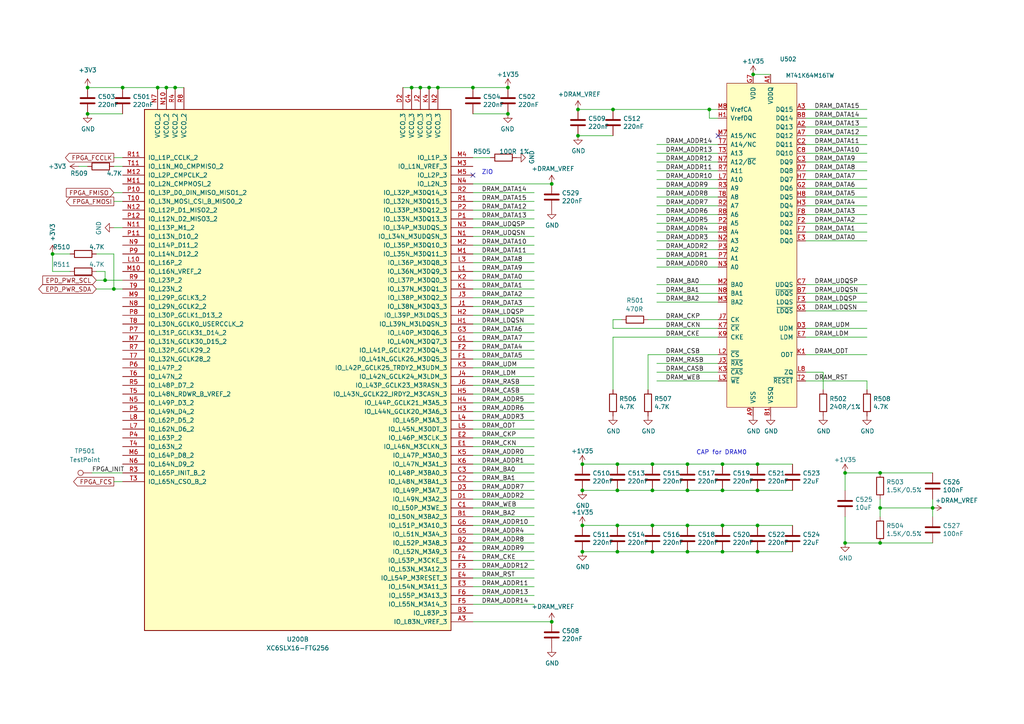
<source format=kicad_sch>
(kicad_sch (version 20211123) (generator eeschema)
  (paper "A4")
  (title_block (title "Caster EPDC") (date "2021-11-08") (rev "R0.1") (company "Copyright 2021 Modos / Engineer: Wenting Zhang"))
  (junction (at 119.38 25.4))
  (junction (at 270.51 147.32) (diameter 0.9144))
  (junction (at 179.07 142.24) (diameter 0.9144))
  (junction (at 30.48 81.28))
  (junction (at 167.64 39.37) (diameter 0.9144))
  (junction (at 189.23 134.62) (diameter 0.9144))
  (junction (at 209.55 160.02) (diameter 0.9144))
  (junction (at 218.44 21.59) (diameter 0.9144))
  (junction (at 209.55 142.24) (diameter 0.9144))
  (junction (at 199.39 142.24) (diameter 0.9144))
  (junction (at 168.91 142.24) (diameter 0.9144))
  (junction (at 35.56 25.4))
  (junction (at 50.8 25.4))
  (junction (at 199.39 160.02) (diameter 0.9144))
  (junction (at 209.55 134.62) (diameter 0.9144))
  (junction (at 255.27 157.48) (diameter 0.9144))
  (junction (at 127 25.4))
  (junction (at 168.91 160.02) (diameter 0.9144))
  (junction (at 168.91 134.62) (diameter 0.9144))
  (junction (at 45.72 25.4))
  (junction (at 219.71 134.62) (diameter 0.9144))
  (junction (at 48.26 25.4))
  (junction (at 167.64 31.75) (diameter 0.9144))
  (junction (at 255.27 137.16) (diameter 0.9144))
  (junction (at 189.23 160.02) (diameter 0.9144))
  (junction (at 245.11 137.16) (diameter 0.9144))
  (junction (at 25.4 25.4))
  (junction (at 137.16 25.4))
  (junction (at 199.39 134.62) (diameter 0.9144))
  (junction (at 219.71 142.24) (diameter 0.9144))
  (junction (at 219.71 152.4) (diameter 0.9144))
  (junction (at 147.32 33.02))
  (junction (at 33.02 83.82))
  (junction (at 147.32 25.4))
  (junction (at 25.4 33.02))
  (junction (at 160.02 53.34))
  (junction (at 179.07 160.02) (diameter 0.9144))
  (junction (at 179.07 134.62) (diameter 0.9144))
  (junction (at 189.23 142.24) (diameter 0.9144))
  (junction (at 124.46 25.4))
  (junction (at 245.11 157.48) (diameter 0.9144))
  (junction (at 179.07 152.4) (diameter 0.9144))
  (junction (at 205.74 31.75))
  (junction (at 168.91 152.4) (diameter 0.9144))
  (junction (at 121.92 25.4))
  (junction (at 219.71 160.02) (diameter 0.9144))
  (junction (at 160.02 180.34))
  (junction (at 177.8 31.75) (diameter 0.9144))
  (junction (at 189.23 152.4) (diameter 0.9144))
  (junction (at 209.55 152.4) (diameter 0.9144))
  (junction (at 255.27 147.32) (diameter 0.9144))
  (junction (at 15.24 73.66))
  (junction (at 199.39 152.4) (diameter 0.9144))
  (no_connect (at 208.28 39.37))
  (no_connect (at 137.16 50.8))
  (wire (pts (xy 33.02 139.7) (xy 35.56 139.7)))
  (wire (pts (xy 219.71 134.62) (xy 209.55 134.62)))
  (wire (pts (xy 154.94 160.02) (xy 137.16 160.02)))
  (wire (pts (xy 154.94 73.66) (xy 137.16 73.66)))
  (wire (pts (xy 137.16 71.12) (xy 154.94 71.12)))
  (wire (pts (xy 137.16 180.34) (xy 160.02 180.34)))
  (wire (pts (xy 245.11 137.16) (xy 245.11 142.24)))
  (wire (pts (xy 251.46 87.63) (xy 233.68 87.63)))
  (wire (pts (xy 177.8 97.79) (xy 208.28 97.79)))
  (wire (pts (xy 251.46 31.75) (xy 233.68 31.75)))
  (wire (pts (xy 179.07 152.4) (xy 168.91 152.4)))
  (wire (pts (xy 154.94 132.08) (xy 137.16 132.08)))
  (wire (pts (xy 270.51 147.32) (xy 270.51 149.86)))
  (wire (pts (xy 270.51 157.48) (xy 255.27 157.48)))
  (wire (pts (xy 233.68 34.29) (xy 251.46 34.29)))
  (wire (pts (xy 137.16 152.4) (xy 154.94 152.4)))
  (wire (pts (xy 154.94 101.6) (xy 137.16 101.6)))
  (wire (pts (xy 233.68 110.49) (xy 251.46 110.49)))
  (wire (pts (xy 251.46 59.69) (xy 233.68 59.69)))
  (wire (pts (xy 190.5 107.95) (xy 208.28 107.95)))
  (wire (pts (xy 190.5 87.63) (xy 208.28 87.63)))
  (wire (pts (xy 190.5 57.15) (xy 208.28 57.15)))
  (wire (pts (xy 233.68 97.79) (xy 251.46 97.79)))
  (wire (pts (xy 208.28 69.85) (xy 190.5 69.85)))
  (wire (pts (xy 33.02 83.82) (xy 35.56 83.82)))
  (wire (pts (xy 27.94 83.82) (xy 33.02 83.82)))
  (wire (pts (xy 137.16 55.88) (xy 154.94 55.88)))
  (wire (pts (xy 30.48 78.74) (xy 30.48 81.28)))
  (wire (pts (xy 27.94 78.74) (xy 30.48 78.74)))
  (wire (pts (xy 33.02 66.04) (xy 35.56 66.04)))
  (wire (pts (xy 229.87 142.24) (xy 219.71 142.24)))
  (wire (pts (xy 154.94 116.84) (xy 137.16 116.84)))
  (wire (pts (xy 190.5 74.93) (xy 208.28 74.93)))
  (wire (pts (xy 190.5 44.45) (xy 208.28 44.45)))
  (wire (pts (xy 137.16 124.46) (xy 154.94 124.46)))
  (wire (pts (xy 209.55 152.4) (xy 199.39 152.4)))
  (wire (pts (xy 208.28 54.61) (xy 190.5 54.61)))
  (wire (pts (xy 233.68 36.83) (xy 251.46 36.83)))
  (wire (pts (xy 190.5 110.49) (xy 208.28 110.49)))
  (wire (pts (xy 208.28 64.77) (xy 190.5 64.77)))
  (wire (pts (xy 179.07 160.02) (xy 168.91 160.02)))
  (wire (pts (xy 229.87 134.62) (xy 219.71 134.62)))
  (wire (pts (xy 154.94 106.68) (xy 137.16 106.68)))
  (wire (pts (xy 177.8 113.03) (xy 177.8 97.79)))
  (wire (pts (xy 35.56 25.4) (xy 45.72 25.4)))
  (wire (pts (xy 45.72 25.4) (xy 48.26 25.4)))
  (wire (pts (xy 48.26 25.4) (xy 50.8 25.4)))
  (wire (pts (xy 50.8 25.4) (xy 53.34 25.4)))
  (wire (pts (xy 25.4 25.4) (xy 35.56 25.4)))
  (wire (pts (xy 154.94 162.56) (xy 137.16 162.56)))
  (wire (pts (xy 233.68 49.53) (xy 251.46 49.53)))
  (wire (pts (xy 179.07 152.4) (xy 189.23 152.4)))
  (wire (pts (xy 137.16 127) (xy 154.94 127)))
  (wire (pts (xy 154.94 114.3) (xy 137.16 114.3)))
  (wire (pts (xy 137.16 170.18) (xy 154.94 170.18)))
  (wire (pts (xy 26.67 137.16) (xy 35.56 137.16)))
  (wire (pts (xy 167.64 31.75) (xy 177.8 31.75)))
  (wire (pts (xy 205.74 31.75) (xy 208.28 31.75)))
  (wire (pts (xy 219.71 160.02) (xy 209.55 160.02)))
  (wire (pts (xy 137.16 58.42) (xy 154.94 58.42)))
  (wire (pts (xy 15.24 73.66) (xy 20.32 73.66)))
  (wire (pts (xy 154.94 175.26) (xy 137.16 175.26)))
  (wire (pts (xy 27.94 81.28) (xy 30.48 81.28)))
  (wire (pts (xy 30.48 81.28) (xy 35.56 81.28)))
  (wire (pts (xy 219.71 142.24) (xy 209.55 142.24)))
  (wire (pts (xy 154.94 66.04) (xy 137.16 66.04)))
  (wire (pts (xy 179.07 134.62) (xy 168.91 134.62)))
  (wire (pts (xy 154.94 93.98) (xy 137.16 93.98)))
  (wire (pts (xy 190.5 105.41) (xy 208.28 105.41)))
  (wire (pts (xy 233.68 107.95) (xy 238.76 107.95)))
  (wire (pts (xy 255.27 157.48) (xy 245.11 157.48)))
  (wire (pts (xy 154.94 91.44) (xy 137.16 91.44)))
  (wire (pts (xy 179.07 134.62) (xy 189.23 134.62)))
  (wire (pts (xy 137.16 83.82) (xy 154.94 83.82)))
  (wire (pts (xy 154.94 137.16) (xy 137.16 137.16)))
  (wire (pts (xy 137.16 129.54) (xy 154.94 129.54)))
  (wire (pts (xy 137.16 134.62) (xy 154.94 134.62)))
  (wire (pts (xy 233.68 39.37) (xy 251.46 39.37)))
  (wire (pts (xy 25.4 33.02) (xy 35.56 33.02)))
  (wire (pts (xy 33.02 45.72) (xy 35.56 45.72)))
  (wire (pts (xy 255.27 147.32) (xy 270.51 147.32)))
  (wire (pts (xy 251.46 57.15) (xy 233.68 57.15)))
  (wire (pts (xy 209.55 134.62) (xy 199.39 134.62)))
  (wire (pts (xy 229.87 160.02) (xy 219.71 160.02)))
  (wire (pts (xy 33.02 58.42) (xy 35.56 58.42)))
  (wire (pts (xy 208.28 49.53) (xy 190.5 49.53)))
  (wire (pts (xy 179.07 142.24) (xy 189.23 142.24)))
  (wire (pts (xy 137.16 33.02) (xy 147.32 33.02)))
  (wire (pts (xy 190.5 62.23) (xy 208.28 62.23)))
  (wire (pts (xy 137.16 111.76) (xy 154.94 111.76)))
  (wire (pts (xy 189.23 134.62) (xy 199.39 134.62)))
  (wire (pts (xy 209.55 142.24) (xy 199.39 142.24)))
  (wire (pts (xy 154.94 149.86) (xy 137.16 149.86)))
  (wire (pts (xy 233.68 52.07) (xy 251.46 52.07)))
  (wire (pts (xy 137.16 167.64) (xy 154.94 167.64)))
  (wire (pts (xy 255.27 137.16) (xy 270.51 137.16)))
  (wire (pts (xy 251.46 85.09) (xy 233.68 85.09)))
  (wire (pts (xy 177.8 95.25) (xy 208.28 95.25)))
  (wire (pts (xy 270.51 144.78) (xy 270.51 147.32)))
  (wire (pts (xy 205.74 34.29) (xy 205.74 31.75)))
  (wire (pts (xy 190.5 59.69) (xy 208.28 59.69)))
  (wire (pts (xy 251.46 41.91) (xy 233.68 41.91)))
  (wire (pts (xy 154.94 76.2) (xy 137.16 76.2)))
  (wire (pts (xy 233.68 64.77) (xy 251.46 64.77)))
  (wire (pts (xy 137.16 154.94) (xy 154.94 154.94)))
  (wire (pts (xy 187.96 113.03) (xy 187.96 102.87)))
  (wire (pts (xy 251.46 110.49) (xy 251.46 113.03)))
  (wire (pts (xy 177.8 31.75) (xy 205.74 31.75)))
  (wire (pts (xy 154.94 96.52) (xy 137.16 96.52)))
  (wire (pts (xy 189.23 152.4) (xy 199.39 152.4)))
  (wire (pts (xy 177.8 92.71) (xy 180.34 92.71)))
  (wire (pts (xy 177.8 95.25) (xy 177.8 92.71)))
  (wire (pts (xy 137.16 172.72) (xy 154.94 172.72)))
  (wire (pts (xy 251.46 102.87) (xy 233.68 102.87)))
  (wire (pts (xy 20.32 78.74) (xy 15.24 78.74)))
  (wire (pts (xy 15.24 78.74) (xy 15.24 73.66)))
  (wire (pts (xy 137.16 119.38) (xy 154.94 119.38)))
  (wire (pts (xy 179.07 160.02) (xy 189.23 160.02)))
  (wire (pts (xy 137.16 165.1) (xy 154.94 165.1)))
  (wire (pts (xy 137.16 144.78) (xy 154.94 144.78)))
  (wire (pts (xy 27.94 73.66) (xy 33.02 73.66)))
  (wire (pts (xy 33.02 73.66) (xy 33.02 83.82)))
  (wire (pts (xy 137.16 60.96) (xy 154.94 60.96)))
  (wire (pts (xy 33.02 55.88) (xy 35.56 55.88)))
  (wire (pts (xy 137.16 86.36) (xy 154.94 86.36)))
  (wire (pts (xy 251.46 62.23) (xy 233.68 62.23)))
  (wire (pts (xy 251.46 46.99) (xy 233.68 46.99)))
  (wire (pts (xy 208.28 67.31) (xy 190.5 67.31)))
  (wire (pts (xy 208.28 52.07) (xy 190.5 52.07)))
  (wire (pts (xy 154.94 139.7) (xy 137.16 139.7)))
  (wire (pts (xy 233.68 54.61) (xy 251.46 54.61)))
  (wire (pts (xy 229.87 152.4) (xy 219.71 152.4)))
  (wire (pts (xy 251.46 44.45) (xy 233.68 44.45)))
  (wire (pts (xy 209.55 160.02) (xy 199.39 160.02)))
  (wire (pts (xy 233.68 95.25) (xy 251.46 95.25)))
  (wire (pts (xy 245.11 137.16) (xy 255.27 137.16)))
  (wire (pts (xy 137.16 109.22) (xy 154.94 109.22)))
  (wire (pts (xy 154.94 121.92) (xy 137.16 121.92)))
  (wire (pts (xy 255.27 147.32) (xy 255.27 149.86)))
  (wire (pts (xy 199.39 160.02) (xy 189.23 160.02)))
  (wire (pts (xy 137.16 53.34) (xy 160.02 53.34)))
  (wire (pts (xy 199.39 142.24) (xy 189.23 142.24)))
  (wire (pts (xy 154.94 68.58) (xy 137.16 68.58)))
  (wire (pts (xy 233.68 67.31) (xy 251.46 67.31)))
  (wire (pts (xy 33.02 48.26) (xy 35.56 48.26)))
  (wire (pts (xy 190.5 77.47) (xy 208.28 77.47)))
  (wire (pts (xy 190.5 85.09) (xy 208.28 85.09)))
  (wire (pts (xy 208.28 34.29) (xy 205.74 34.29)))
  (wire (pts (xy 208.28 46.99) (xy 190.5 46.99)))
  (wire (pts (xy 190.5 82.55) (xy 208.28 82.55)))
  (wire (pts (xy 22.86 48.26) (xy 25.4 48.26)))
  (wire (pts (xy 137.16 99.06) (xy 154.94 99.06)))
  (wire (pts (xy 154.94 147.32) (xy 137.16 147.32)))
  (wire (pts (xy 137.16 78.74) (xy 154.94 78.74)))
  (wire (pts (xy 255.27 144.78) (xy 255.27 147.32)))
  (wire (pts (xy 187.96 102.87) (xy 208.28 102.87)))
  (wire (pts (xy 233.68 69.85) (xy 251.46 69.85)))
  (wire (pts (xy 190.5 72.39) (xy 208.28 72.39)))
  (wire (pts (xy 219.71 152.4) (xy 209.55 152.4)))
  (wire (pts (xy 190.5 41.91) (xy 208.28 41.91)))
  (wire (pts (xy 251.46 82.55) (xy 233.68 82.55)))
  (wire (pts (xy 154.94 157.48) (xy 137.16 157.48)))
  (wire (pts (xy 154.94 142.24) (xy 137.16 142.24)))
  (wire (pts (xy 154.94 63.5) (xy 137.16 63.5)))
  (wire (pts (xy 127 25.4) (xy 124.46 25.4)))
  (wire (pts (xy 137.16 25.4) (xy 127 25.4)))
  (wire (pts (xy 119.38 25.4) (xy 116.84 25.4)))
  (wire (pts (xy 121.92 25.4) (xy 119.38 25.4)))
  (wire (pts (xy 124.46 25.4) (xy 121.92 25.4)))
  (wire (pts (xy 147.32 25.4) (xy 137.16 25.4)))
  (wire (pts (xy 137.16 104.14) (xy 154.94 104.14)))
  (wire (pts (xy 137.16 45.72) (xy 142.24 45.72)))
  (wire (pts (xy 218.44 21.59) (xy 223.52 21.59)))
  (wire (pts (xy 245.11 149.86) (xy 245.11 157.48)))
  (wire (pts (xy 187.96 92.71) (xy 208.28 92.71)))
  (wire (pts (xy 238.76 107.95) (xy 238.76 113.03)))
  (wire (pts (xy 154.94 88.9) (xy 137.16 88.9)))
  (wire (pts (xy 177.8 39.37) (xy 167.64 39.37)))
  (wire (pts (xy 137.16 81.28) (xy 154.94 81.28)))
  (wire (pts (xy 251.46 90.17) (xy 233.68 90.17)))
  (wire (pts (xy 179.07 142.24) (xy 168.91 142.24)))
  (text "ZIO" (at 139.7 50.8 0) (effects (font (size 1.27 1.27)) (justify left bottom)))
  (text "CAP for DRAM0" (at 201.93 132.08 0) (effects (font (size 1.27 1.27)) (justify left bottom)))
  (label "DRAM_DATA3" (at 236.22 62.23 0))
  (label "DRAM_ADDR2" (at 139.7 144.78 0))
  (label "DRAM_UDQSN" (at 236.22 85.09 0))
  (label "DRAM_LDM" (at 236.22 97.79 0))
  (label "DRAM_ADDR9" (at 193.04 54.61 0))
  (label "DRAM_ADDR13" (at 139.7 172.72 0))
  (label "DRAM_DATA11" (at 236.22 41.91 0))
  (label "DRAM_CKE" (at 193.04 97.79 0))
  (label "DRAM_WEB" (at 139.7 147.32 0))
  (label "DRAM_LDM" (at 139.7 109.22 0))
  (label "DRAM_DATA3" (at 139.7 88.9 0))
  (label "DRAM_DATA7" (at 236.22 52.07 0))
  (label "DRAM_WEB" (at 193.04 110.49 0))
  (label "DRAM_RASB" (at 139.7 111.76 0))
  (label "DRAM_ADDR6" (at 193.04 62.23 0))
  (label "DRAM_DATA0" (at 236.22 69.85 0))
  (label "DRAM_DATA10" (at 236.22 44.45 0))
  (label "DRAM_ADDR10" (at 139.7 152.4 0))
  (label "DRAM_ADDR11" (at 193.04 49.53 0))
  (label "DRAM_BA1" (at 193.04 85.09 0))
  (label "DRAM_ADDR2" (at 193.04 72.39 0))
  (label "DRAM_LDQSP" (at 139.7 91.44 0))
  (label "DRAM_ADDR8" (at 139.7 157.48 0))
  (label "DRAM_LDQSP" (at 236.22 87.63 0))
  (label "DRAM_ADDR14" (at 193.04 41.91 0))
  (label "DRAM_CASB" (at 193.04 107.95 0))
  (label "DRAM_RST" (at 139.7 167.64 0))
  (label "DRAM_BA2" (at 193.04 87.63 0))
  (label "DRAM_DATA15" (at 236.22 31.75 0))
  (label "DRAM_DATA2" (at 236.22 64.77 0))
  (label "DRAM_BA2" (at 139.7 149.86 0))
  (label "DRAM_UDM" (at 236.22 95.25 0))
  (label "DRAM_DATA9" (at 236.22 46.99 0))
  (label "DRAM_DATA15" (at 139.7 58.42 0))
  (label "DRAM_BA0" (at 139.7 137.16 0))
  (label "DRAM_CASB" (at 139.7 114.3 0))
  (label "DRAM_ADDR1" (at 193.04 74.93 0))
  (label "DRAM_ODT" (at 236.22 102.87 0))
  (label "DRAM_DATA6" (at 236.22 54.61 0))
  (label "DRAM_DATA5" (at 139.7 104.14 0))
  (label "DRAM_DATA9" (at 139.7 78.74 0))
  (label "DRAM_DATA1" (at 236.22 67.31 0))
  (label "DRAM_UDM" (at 139.7 106.68 0))
  (label "DRAM_ADDR7" (at 193.04 59.69 0))
  (label "DRAM_RST" (at 236.22 110.49 0))
  (label "DRAM_DATA13" (at 236.22 36.83 0))
  (label "DRAM_DATA12" (at 236.22 39.37 0))
  (label "DRAM_CKN" (at 139.7 129.54 0))
  (label "DRAM_ADDR7" (at 139.7 142.24 0))
  (label "DRAM_ADDR6" (at 139.7 119.38 0))
  (label "FPGA_INIT" (at 26.67 137.16 0))
  (label "DRAM_UDQSN" (at 139.7 68.58 0))
  (label "DRAM_ADDR9" (at 139.7 160.02 0))
  (label "DRAM_DATA6" (at 139.7 96.52 0))
  (label "DRAM_ADDR14" (at 139.7 175.26 0))
  (label "DRAM_LDQSN" (at 236.22 90.17 0))
  (label "DRAM_ADDR8" (at 193.04 57.15 0))
  (label "DRAM_DATA14" (at 236.22 34.29 0))
  (label "DRAM_ADDR5" (at 139.7 116.84 0))
  (label "DRAM_ADDR3" (at 193.04 69.85 0))
  (label "DRAM_DATA14" (at 139.7 55.88 0))
  (label "DRAM_CSB" (at 193.04 102.87 0))
  (label "DRAM_DATA1" (at 139.7 83.82 0))
  (label "DRAM_DATA4" (at 139.7 101.6 0))
  (label "DRAM_BA1" (at 139.7 139.7 0))
  (label "DRAM_DATA5" (at 236.22 57.15 0))
  (label "DRAM_DATA4" (at 236.22 59.69 0))
  (label "DRAM_ADDR5" (at 193.04 64.77 0))
  (label "DRAM_RASB" (at 193.04 105.41 0))
  (label "DRAM_DATA13" (at 139.7 63.5 0))
  (label "DRAM_ADDR0" (at 139.7 132.08 0))
  (label "DRAM_ADDR1" (at 139.7 134.62 0))
  (label "DRAM_UDQSP" (at 236.22 82.55 0))
  (label "DRAM_ODT" (at 139.7 124.46 0))
  (label "DRAM_CKN" (at 193.04 95.25 0))
  (label "DRAM_ADDR10" (at 193.04 52.07 0))
  (label "DRAM_DATA8" (at 236.22 49.53 0))
  (label "DRAM_ADDR4" (at 193.04 67.31 0))
  (label "DRAM_BA0" (at 193.04 82.55 0))
  (label "DRAM_DATA12" (at 139.7 60.96 0))
  (label "DRAM_CKE" (at 139.7 162.56 0))
  (label "DRAM_UDQSP" (at 139.7 66.04 0))
  (label "DRAM_LDQSN" (at 139.7 93.98 0))
  (label "DRAM_DATA10" (at 139.7 71.12 0))
  (label "DRAM_ADDR13" (at 193.04 44.45 0))
  (label "DRAM_ADDR4" (at 139.7 154.94 0))
  (label "DRAM_CKP" (at 193.04 92.71 0))
  (label "DRAM_ADDR0" (at 193.04 77.47 0))
  (label "DRAM_ADDR3" (at 139.7 121.92 0))
  (label "DRAM_DATA11" (at 139.7 73.66 0))
  (label "DRAM_DATA0" (at 139.7 81.28 0))
  (label "DRAM_ADDR12" (at 193.04 46.99 0))
  (label "DRAM_ADDR12" (at 139.7 165.1 0))
  (label "DRAM_DATA8" (at 139.7 76.2 0))
  (label "DRAM_DATA7" (at 139.7 99.06 0))
  (label "DRAM_CKP" (at 139.7 127 0))
  (label "DRAM_DATA2" (at 139.7 86.36 0))
  (label "DRAM_ADDR11" (at 139.7 170.18 0))
  (global_label "FPGA_FMOSI" (shape output) (at 33.02 58.42 180) (property "Intersheet References" "${INTERSHEET_REFS}" (effects hide)))
  (global_label "FPGA_FCCLK" (shape output) (at 33.02 45.72 180) (property "Intersheet References" "${INTERSHEET_REFS}" (effects hide)))
  (global_label "EPD_PWR_SDA" (shape bidirectional) (at 27.94 83.82 180) (property "Intersheet References" "${INTERSHEET_REFS}" (effects hide)))
  (global_label "FPGA_FCS" (shape output) (at 33.02 139.7 180) (property "Intersheet References" "${INTERSHEET_REFS}" (effects hide)))
  (global_label "FPGA_FMISO" (shape input) (at 33.02 55.88 180) (property "Intersheet References" "${INTERSHEET_REFS}" (effects hide)))
  (global_label "EPD_PWR_SCL" (shape input) (at 27.94 81.28 180) (property "Intersheet References" "${INTERSHEET_REFS}" (effects hide)))
  (symbol (lib_id "power:GND") (at 149.86 45.72 90) (unit 1)
    (property "Reference" "#PWR0520" (effects hide))
    (property "Value" "GND" (at 154.2542 45.593 0))
  )
  (symbol (lib_id "Device:C") (at 229.87 156.21 0) (unit 1)
    (property "Reference" "C524" (at 232.791 155.0416 0) (effects (justify left)))
    (property "Value" "22uF" (at 232.791 157.353 0) (effects (justify left)))
    (property "Footprint" "Capacitor_SMD:C_0603_1608Metric" (effects hide))
    (property "LCSC" "C94018" (effects hide))
    (property "Ref.Price" "0.0301" (effects hide))
  )
  (symbol (lib_id "Device:C") (at 35.56 29.21 0) (unit 1)
    (property "Reference" "C501" (at 38.481 28.0416 0) (effects (justify left)))
    (property "Value" "220nF" (at 38.481 30.353 0) (effects (justify left)))
    (property "Footprint" "Capacitor_SMD:C_0402_1005Metric" (effects hide))
    (property "LCSC" "C880414" (effects hide))
    (property "Ref.Price" "0.0036" (effects hide))
  )
  (symbol (lib_id "power:+1V35") (at 168.91 134.62 0) (unit 1)
    (property "Reference" "#PWR0509" (effects hide))
    (property "Value" "+1V35" (at 168.91 130.81 0))
  )
  (symbol (lib_id "Device:R") (at 184.15 92.71 90) (unit 1)
    (property "Reference" "R501" (at 186.7916 87.122 90) (effects (justify left)))
    (property "Value" "470R" (at 186.563 89.662 90) (effects (justify left)))
    (property "Footprint" "Resistor_SMD:R_0402_1005Metric" (effects hide))
    (property "LCSC" "C114877" (effects hide))
    (property "Ref.Price" "0.001" (effects hide))
  )
  (symbol (lib_id "power:+3V3") (at 25.4 25.4 0) (unit 1)
    (property "Reference" "#PWR0501" (effects hide))
    (property "Value" "+3V3" (at 25.4 20.32 0))
  )
  (symbol (lib_id "Device:C") (at 177.8 35.56 0) (unit 1)
    (property "Reference" "C512" (at 180.721 34.3916 0) (effects (justify left)))
    (property "Value" "220nF" (at 180.721 36.703 0) (effects (justify left)))
    (property "Footprint" "Capacitor_SMD:C_0402_1005Metric" (effects hide))
    (property "LCSC" "C880414" (effects hide))
    (property "Ref.Price" "0.0036" (effects hide))
  )
  (symbol (lib_id "Device:C") (at 168.91 156.21 0) (unit 1)
    (property "Reference" "C511" (at 171.831 155.0416 0) (effects (justify left)))
    (property "Value" "220nF" (at 171.831 157.353 0) (effects (justify left)))
    (property "Footprint" "Capacitor_SMD:C_0402_1005Metric" (effects hide))
    (property "LCSC" "C880414" (effects hide))
    (property "Ref.Price" "0.0036" (effects hide))
  )
  (symbol (lib_id "Device:C") (at 179.07 156.21 0) (unit 1)
    (property "Reference" "C514" (at 181.991 155.0416 0) (effects (justify left)))
    (property "Value" "220nF" (at 181.991 157.353 0) (effects (justify left)))
    (property "Footprint" "Capacitor_SMD:C_0402_1005Metric" (effects hide))
    (property "LCSC" "C880414" (effects hide))
    (property "Ref.Price" "0.0036" (effects hide))
  )
  (symbol (lib_id "power:+1V35") (at 147.32 25.4 0) (mirror y) (unit 1)
    (property "Reference" "#PWR0503" (effects hide))
    (property "Value" "+1V35" (at 147.32 21.59 0))
  )
  (symbol (lib_id "Device:R") (at 255.27 153.67 0) (unit 1)
    (property "Reference" "R504" (at 257.048 152.5016 0) (effects (justify left)))
    (property "Value" "1.5K/0.5%" (at 257.048 154.813 0) (effects (justify left)))
    (property "Footprint" "Resistor_SMD:R_0402_1005Metric" (effects hide))
    (property "LCSC" "C226693" (effects hide))
    (property "Ref.Price" "0.0025" (effects hide))
  )
  (symbol (lib_id "Device:R") (at 24.13 78.74 90) (mirror x) (unit 1)
    (property "Reference" "R511" (at 20.4216 76.708 90) (effects (justify left)))
    (property "Value" "4.7K" (at 30.353 76.708 90) (effects (justify left)))
    (property "Footprint" "Resistor_SMD:R_0402_1005Metric" (effects hide))
    (property "LCSC" "C105870" (effects hide))
    (property "Ref.Price" "0.0006" (effects hide))
  )
  (symbol (lib_id "power:GND") (at 168.91 160.02 0) (unit 1)
    (property "Reference" "#PWR0512" (effects hide))
    (property "Value" "GND" (at 169.037 164.4142 0))
  )
  (symbol (lib_id "power:+3V3") (at 22.86 48.26 90) (unit 1)
    (property "Reference" "#PWR0142" (effects hide))
    (property "Value" "+3V3" (at 13.97 48.2599 90) (effects (justify right)))
  )
  (symbol (lib_id "Device:C") (at 270.51 140.97 0) (unit 1)
    (property "Reference" "C526" (at 273.431 139.8016 0) (effects (justify left)))
    (property "Value" "100nF" (at 273.431 142.113 0) (effects (justify left)))
    (property "Footprint" "Capacitor_SMD:C_0402_1005Metric" (effects hide))
    (property "LCSC" "C56392" (effects hide))
    (property "Ref.Price" "0.0023" (effects hide))
  )
  (symbol (lib_id "symbols:+DRAM_VREF") (at 160.02 180.34 0) (unit 1)
    (property "Reference" "#PWR0505" (effects hide))
    (property "Value" "+DRAM_VREF" (at 160.401 175.9458 0))
  )
  (symbol (lib_id "symbols:+DRAM_VREF") (at 160.02 53.34 0) (unit 1)
    (property "Reference" "#PWR0138" (effects hide))
    (property "Value" "+DRAM_VREF" (at 160.401 48.9458 0))
  )
  (symbol (lib_id "Device:R") (at 238.76 116.84 0) (unit 1)
    (property "Reference" "R502" (at 240.538 115.6716 0) (effects (justify left)))
    (property "Value" "240R/1%" (at 240.538 117.983 0) (effects (justify left)))
    (property "Footprint" "Resistor_SMD:R_0402_1005Metric" (effects hide))
    (property "LCSC" "C114755" (effects hide))
    (property "Ref.Price" "0.0009" (effects hide))
  )
  (symbol (lib_id "power:GND") (at 33.02 66.04 270) (unit 1)
    (property "Reference" "#PWR0141" (effects hide))
    (property "Value" "GND" (at 28.6258 66.167 0))
  )
  (symbol (lib_id "power:GND") (at 160.02 187.96 0) (unit 1)
    (property "Reference" "#PWR0506" (effects hide))
    (property "Value" "GND" (at 160.147 192.3542 0))
  )
  (symbol (lib_id "power:GND") (at 245.11 157.48 0) (unit 1)
    (property "Reference" "#PWR0518" (effects hide))
    (property "Value" "GND" (at 245.237 161.8742 0))
  )
  (symbol (lib_id "symbols:MT41K256M16HA") (at 220.98 21.59 0) (unit 1)
    (property "Reference" "U502" (at 228.6 17.145 0) (effects (font (size 1.1938 1.1938))))
    (property "Value" "MT41K64M16TW" (at 234.95 21.8948 0) (effects (font (size 1.1938 1.1938))))
    (property "Footprint" "footprints:BGA-96_9.0x14.0mm_P0.8mm" (effects hide))
    (property "LCSC" "C524855" (effects hide))
    (property "Ref.Price" "3.2405" (effects hide))
  )
  (symbol (lib_id "power:GND") (at 223.52 120.65 0) (unit 1)
    (property "Reference" "#PWR0515" (effects hide))
    (property "Value" "GND" (at 223.647 125.0442 0))
  )
  (symbol (lib_id "power:GND") (at 187.96 120.65 0) (unit 1)
    (property "Reference" "#PWR0522" (effects hide))
    (property "Value" "GND" (at 188.087 125.0442 0))
  )
  (symbol (lib_id "Device:R") (at 29.21 48.26 90) (unit 1)
    (property "Reference" "R509" (at 25.5016 50.292 90) (effects (justify left)))
    (property "Value" "4.7K" (at 35.433 50.292 90) (effects (justify left)))
    (property "Footprint" "Resistor_SMD:R_0402_1005Metric" (effects hide))
    (property "LCSC" "C105870" (effects hide))
    (property "Ref.Price" "0.0006" (effects hide))
  )
  (symbol (lib_id "Device:C") (at 147.32 29.21 0) (unit 1)
    (property "Reference" "C502" (at 150.241 28.0416 0) (effects (justify left)))
    (property "Value" "220nF" (at 150.241 30.353 0) (effects (justify left)))
    (property "Footprint" "Capacitor_SMD:C_0402_1005Metric" (effects hide))
    (property "LCSC" "C880414" (effects hide))
    (property "Ref.Price" "0.0036" (effects hide))
  )
  (symbol (lib_id "Device:C") (at 168.91 138.43 0) (unit 1)
    (property "Reference" "C510" (at 171.831 137.2616 0) (effects (justify left)))
    (property "Value" "220nF" (at 171.831 139.573 0) (effects (justify left)))
    (property "Footprint" "Capacitor_SMD:C_0402_1005Metric" (effects hide))
    (property "LCSC" "C880414" (effects hide))
    (property "Ref.Price" "0.0036" (effects hide))
  )
  (symbol (lib_id "Device:C") (at 160.02 57.15 0) (unit 1)
    (property "Reference" "C529" (at 162.941 55.9816 0) (effects (justify left)))
    (property "Value" "220nF" (at 162.941 58.293 0) (effects (justify left)))
    (property "Footprint" "Capacitor_SMD:C_0402_1005Metric" (effects hide))
    (property "LCSC" "C880414" (effects hide))
    (property "Ref.Price" "0.0036" (effects hide))
  )
  (symbol (lib_id "power:GND") (at 160.02 60.96 0) (unit 1)
    (property "Reference" "#PWR0139" (effects hide))
    (property "Value" "GND" (at 160.147 65.3542 0))
  )
  (symbol (lib_id "power:GND") (at 218.44 120.65 0) (unit 1)
    (property "Reference" "#PWR0514" (effects hide))
    (property "Value" "GND" (at 218.567 125.0442 0))
  )
  (symbol (lib_id "power:+1V35") (at 218.44 21.59 0) (unit 1)
    (property "Reference" "#PWR0513" (effects hide))
    (property "Value" "+1V35" (at 218.44 17.78 0))
  )
  (symbol (lib_id "Device:C") (at 167.64 35.56 0) (unit 1)
    (property "Reference" "C509" (at 170.561 34.3916 0) (effects (justify left)))
    (property "Value" "220nF" (at 170.561 36.703 0) (effects (justify left)))
    (property "Footprint" "Capacitor_SMD:C_0402_1005Metric" (effects hide))
    (property "LCSC" "C880414" (effects hide))
    (property "Ref.Price" "0.0036" (effects hide))
  )
  (symbol (lib_id "Device:C") (at 137.16 29.21 0) (unit 1)
    (property "Reference" "C504" (at 140.081 28.0416 0) (effects (justify left)))
    (property "Value" "220nF" (at 140.081 30.353 0) (effects (justify left)))
    (property "Footprint" "Capacitor_SMD:C_0402_1005Metric" (effects hide))
    (property "LCSC" "C880414" (effects hide))
    (property "Ref.Price" "0.0036" (effects hide))
  )
  (symbol (lib_id "Device:R") (at 146.05 45.72 90) (unit 1)
    (property "Reference" "R505" (at 142.3416 43.942 90) (effects (justify left)))
    (property "Value" "100R 1%" (at 153.543 43.942 90) (effects (justify left)))
    (property "Footprint" "Resistor_SMD:R_0402_1005Metric" (effects hide))
    (property "LCSC" "C106232" (effects hide))
    (property "Ref.Price" "0.0007" (effects hide))
  )
  (symbol (lib_id "Device:R") (at 177.8 116.84 0) (unit 1)
    (property "Reference" "R506" (at 179.578 115.6716 0) (effects (justify left)))
    (property "Value" "4.7K" (at 179.578 117.983 0) (effects (justify left)))
    (property "Footprint" "Resistor_SMD:R_0402_1005Metric" (effects hide))
    (property "LCSC" "C105870" (effects hide))
    (property "Ref.Price" "0.0006" (effects hide))
  )
  (symbol (lib_id "power:+3V3") (at 15.24 73.66 0) (unit 1)
    (property "Reference" "#PWR0162" (effects hide))
    (property "Value" "+3V3" (at 15.2401 64.77 90) (effects (justify right)))
  )
  (symbol (lib_id "Device:C") (at 25.4 29.21 0) (unit 1)
    (property "Reference" "C503" (at 28.321 28.0416 0) (effects (justify left)))
    (property "Value" "220nF" (at 28.321 30.353 0) (effects (justify left)))
    (property "Footprint" "Capacitor_SMD:C_0402_1005Metric" (effects hide))
    (property "LCSC" "C880414" (effects hide))
    (property "Ref.Price" "0.0036" (effects hide))
  )
  (symbol (lib_id "power:+1V35") (at 168.91 152.4 0) (unit 1)
    (property "Reference" "#PWR0511" (effects hide))
    (property "Value" "+1V35" (at 168.91 148.59 0))
  )
  (symbol (lib_id "Device:C") (at 219.71 156.21 0) (unit 1)
    (property "Reference" "C522" (at 222.631 155.0416 0) (effects (justify left)))
    (property "Value" "220nF" (at 222.631 157.353 0) (effects (justify left)))
    (property "Footprint" "Capacitor_SMD:C_0402_1005Metric" (effects hide))
    (property "LCSC" "C880414" (effects hide))
    (property "Ref.Price" "0.0036" (effects hide))
  )
  (symbol (lib_id "power:GND") (at 251.46 120.65 0) (unit 1)
    (property "Reference" "#PWR0523" (effects hide))
    (property "Value" "GND" (at 251.587 125.0442 0))
  )
  (symbol (lib_id "power:GND") (at 147.32 33.02 0) (mirror y) (unit 1)
    (property "Reference" "#PWR0504" (effects hide))
    (property "Value" "GND" (at 147.193 37.4142 0))
  )
  (symbol (lib_id "Device:C") (at 209.55 156.21 0) (unit 1)
    (property "Reference" "C520" (at 212.471 155.0416 0) (effects (justify left)))
    (property "Value" "220nF" (at 212.471 157.353 0) (effects (justify left)))
    (property "Footprint" "Capacitor_SMD:C_0402_1005Metric" (effects hide))
    (property "LCSC" "C880414" (effects hide))
    (property "Ref.Price" "0.0036" (effects hide))
  )
  (symbol (lib_id "Device:C") (at 160.02 184.15 0) (unit 1)
    (property "Reference" "C508" (at 162.941 182.9816 0) (effects (justify left)))
    (property "Value" "220nF" (at 162.941 185.293 0) (effects (justify left)))
    (property "Footprint" "Capacitor_SMD:C_0402_1005Metric" (effects hide))
    (property "LCSC" "C880414" (effects hide))
    (property "Ref.Price" "0.0036" (effects hide))
  )
  (symbol (lib_id "Device:C") (at 229.87 138.43 0) (unit 1)
    (property "Reference" "C523" (at 232.791 137.2616 0) (effects (justify left)))
    (property "Value" "22uF" (at 232.791 139.573 0) (effects (justify left)))
    (property "Footprint" "Capacitor_SMD:C_0603_1608Metric" (effects hide))
    (property "LCSC" "C94018" (effects hide))
    (property "Ref.Price" "0.0301" (effects hide))
  )
  (symbol (lib_id "power:GND") (at 168.91 142.24 0) (unit 1)
    (property "Reference" "#PWR0510" (effects hide))
    (property "Value" "GND" (at 169.037 146.6342 0))
  )
  (symbol (lib_id "Device:C") (at 179.07 138.43 0) (unit 1)
    (property "Reference" "C513" (at 181.991 137.2616 0) (effects (justify left)))
    (property "Value" "220nF" (at 181.991 139.573 0) (effects (justify left)))
    (property "Footprint" "Capacitor_SMD:C_0402_1005Metric" (effects hide))
    (property "LCSC" "C880414" (effects hide))
    (property "Ref.Price" "0.0036" (effects hide))
  )
  (symbol (lib_id "Device:R") (at 24.13 73.66 90) (mirror x) (unit 1)
    (property "Reference" "R510" (at 20.4216 71.628 90) (effects (justify left)))
    (property "Value" "4.7K" (at 30.353 71.628 90) (effects (justify left)))
    (property "Footprint" "Resistor_SMD:R_0402_1005Metric" (effects hide))
    (property "LCSC" "C105870" (effects hide))
    (property "Ref.Price" "0.0006" (effects hide))
  )
  (symbol (lib_id "power:GND") (at 25.4 33.02 0) (unit 1)
    (property "Reference" "#PWR0502" (effects hide))
    (property "Value" "GND" (at 25.527 37.4142 0))
  )
  (symbol (lib_id "Device:C") (at 199.39 138.43 0) (unit 1)
    (property "Reference" "C517" (at 202.311 137.2616 0) (effects (justify left)))
    (property "Value" "220nF" (at 202.311 139.573 0) (effects (justify left)))
    (property "Footprint" "Capacitor_SMD:C_0402_1005Metric" (effects hide))
    (property "LCSC" "C880414" (effects hide))
    (property "Ref.Price" "0.0036" (effects hide))
  )
  (symbol (lib_id "Device:C") (at 209.55 138.43 0) (unit 1)
    (property "Reference" "C519" (at 212.471 137.2616 0) (effects (justify left)))
    (property "Value" "220nF" (at 212.471 139.573 0) (effects (justify left)))
    (property "Footprint" "Capacitor_SMD:C_0402_1005Metric" (effects hide))
    (property "LCSC" "C880414" (effects hide))
    (property "Ref.Price" "0.0036" (effects hide))
  )
  (symbol (lib_id "power:GND") (at 167.64 39.37 0) (unit 1)
    (property "Reference" "#PWR0508" (effects hide))
    (property "Value" "GND" (at 167.767 43.7642 0))
  )
  (symbol (lib_id "Device:C") (at 199.39 156.21 0) (unit 1)
    (property "Reference" "C518" (at 202.311 155.0416 0) (effects (justify left)))
    (property "Value" "220nF" (at 202.311 157.353 0) (effects (justify left)))
    (property "Footprint" "Capacitor_SMD:C_0402_1005Metric" (effects hide))
    (property "LCSC" "C880414" (effects hide))
    (property "Ref.Price" "0.0036" (effects hide))
  )
  (symbol (lib_id "Connector:TestPoint") (at 26.67 137.16 90) (unit 1)
    (property "Reference" "TP501" (at 24.638 130.81 90))
    (property "Value" "TestPoint" (at 24.638 133.35 90))
    (property "Footprint" "TestPoint:TestPoint_Pad_D1.0mm" (effects hide))
    (property "LCSC" "-" (effects hide))
    (property "Ref.Price" "0" (effects hide))
  )
  (symbol (lib_id "Device:C") (at 245.11 146.05 0) (unit 1)
    (property "Reference" "C525" (at 248.031 144.8816 0) (effects (justify left)))
    (property "Value" "10uF" (at 248.031 147.193 0) (effects (justify left)))
    (property "Footprint" "Capacitor_SMD:C_0603_1608Metric" (effects hide))
    (property "LCSC" "C105490" (effects hide))
    (property "Ref.Price" "0.0165" (effects hide))
  )
  (symbol (lib_id "Device:R") (at 187.96 116.84 0) (unit 1)
    (property "Reference" "R507" (at 189.738 115.6716 0) (effects (justify left)))
    (property "Value" "4.7K" (at 189.738 117.983 0) (effects (justify left)))
    (property "Footprint" "Resistor_SMD:R_0402_1005Metric" (effects hide))
    (property "LCSC" "C105870" (effects hide))
    (property "Ref.Price" "0.0006" (effects hide))
  )
  (symbol (lib_id "Device:C") (at 270.51 153.67 0) (unit 1)
    (property "Reference" "C527" (at 273.431 152.5016 0) (effects (justify left)))
    (property "Value" "100nF" (at 273.431 154.813 0) (effects (justify left)))
    (property "Footprint" "Capacitor_SMD:C_0402_1005Metric" (effects hide))
    (property "LCSC" "C56392" (effects hide))
    (property "Ref.Price" "0.0023" (effects hide))
  )
  (symbol (lib_id "Device:C") (at 219.71 138.43 0) (unit 1)
    (property "Reference" "C521" (at 222.631 137.2616 0) (effects (justify left)))
    (property "Value" "220nF" (at 222.631 139.573 0) (effects (justify left)))
    (property "Footprint" "Capacitor_SMD:C_0402_1005Metric" (effects hide))
    (property "LCSC" "C880414" (effects hide))
    (property "Ref.Price" "0.0036" (effects hide))
  )
  (symbol (lib_id "symbols:+DRAM_VREF") (at 270.51 147.32 270) (unit 1)
    (property "Reference" "#PWR0519" (effects hide))
    (property "Value" "+DRAM_VREF" (at 277.4442 145.161 90))
  )
  (symbol (lib_id "Device:R") (at 251.46 116.84 0) (unit 1)
    (property "Reference" "R508" (at 253.238 115.6716 0) (effects (justify left)))
    (property "Value" "4.7K" (at 253.238 117.983 0) (effects (justify left)))
    (property "Footprint" "Resistor_SMD:R_0402_1005Metric" (effects hide))
    (property "LCSC" "C105870" (effects hide))
    (property "Ref.Price" "0.0006" (effects hide))
  )
  (symbol (lib_id "Device:R") (at 255.27 140.97 0) (unit 1)
    (property "Reference" "R503" (at 257.048 139.8016 0) (effects (justify left)))
    (property "Value" "1.5K/0.5%" (at 257.048 142.113 0) (effects (justify left)))
    (property "Footprint" "Resistor_SMD:R_0402_1005Metric" (effects hide))
    (property "LCSC" "C226693" (effects hide))
    (property "Ref.Price" "0.0025" (effects hide))
  )
  (symbol (lib_id "Device:C") (at 189.23 138.43 0) (unit 1)
    (property "Reference" "C515" (at 192.151 137.2616 0) (effects (justify left)))
    (property "Value" "220nF" (at 192.151 139.573 0) (effects (justify left)))
    (property "Footprint" "Capacitor_SMD:C_0402_1005Metric" (effects hide))
    (property "LCSC" "C880414" (effects hide))
    (property "Ref.Price" "0.0036" (effects hide))
  )
  (symbol (lib_id "power:+1V35") (at 245.11 137.16 0) (unit 1)
    (property "Reference" "#PWR0517" (effects hide))
    (property "Value" "+1V35" (at 245.11 133.35 0))
  )
  (symbol (lib_id "FPGA_Xilinx_Spartan6:XC6SLX16-FTG256") (at 86.36 104.14 0) (unit 2)
    (property "Reference" "U200" (at 86.36 185.42 0))
    (property "Value" "XC6SLX16-FTG256" (at 86.36 187.96 0))
    (property "Footprint" "Package_BGA:Xilinx_FTG256" (effects hide))
    (property "LCSC" "C39313" (effects hide))
    (property "Ref.Price" "7.4837" (effects hide))
  )
  (symbol (lib_id "power:GND") (at 238.76 120.65 0) (unit 1)
    (property "Reference" "#PWR0516" (effects hide))
    (property "Value" "GND" (at 238.887 125.0442 0))
  )
  (symbol (lib_id "power:GND") (at 177.8 120.65 0) (unit 1)
    (property "Reference" "#PWR0521" (effects hide))
    (property "Value" "GND" (at 177.927 125.0442 0))
  )
  (symbol (lib_id "Device:C") (at 189.23 156.21 0) (unit 1)
    (property "Reference" "C516" (at 192.151 155.0416 0) (effects (justify left)))
    (property "Value" "220nF" (at 192.151 157.353 0) (effects (justify left)))
    (property "Footprint" "Capacitor_SMD:C_0402_1005Metric" (effects hide))
    (property "LCSC" "C880414" (effects hide))
    (property "Ref.Price" "0.0036" (effects hide))
  )
  (symbol (lib_id "symbols:+DRAM_VREF") (at 167.64 31.75 0) (unit 1)
    (property "Reference" "#PWR0507" (effects hide))
    (property "Value" "+DRAM_VREF" (at 168.021 27.3558 0))
  )
)
</source>
